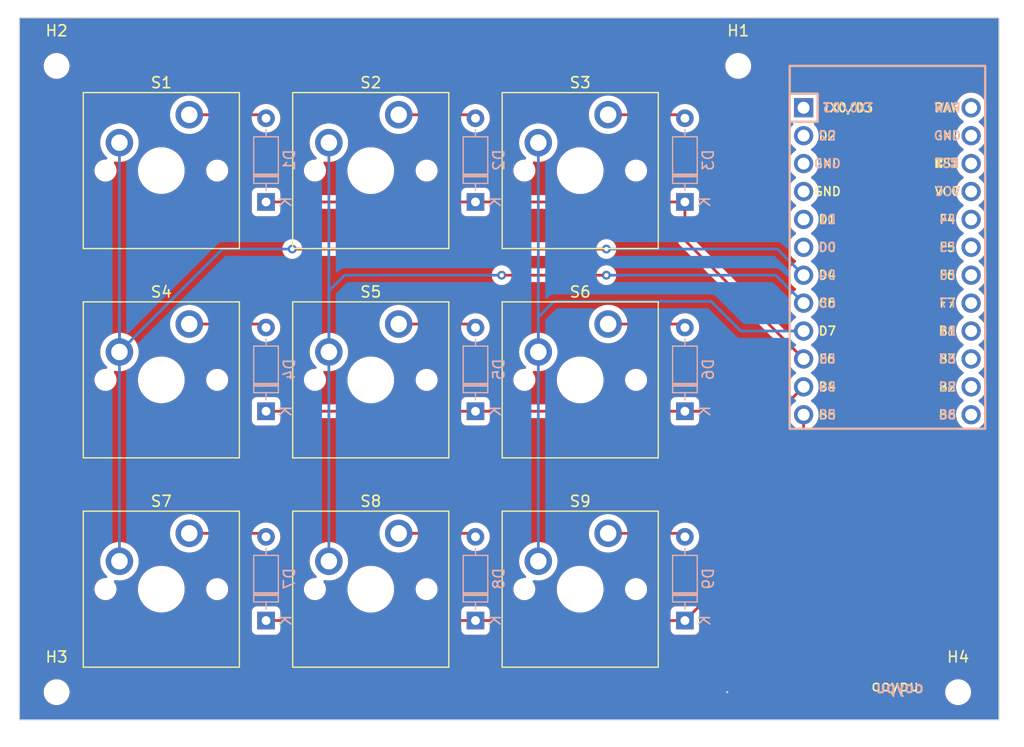
<source format=kicad_pcb>
(kicad_pcb (version 20221018) (generator pcbnew)
  (layers (0 "F.Cu" signal) (31 "B.Cu" signal) (34 "B.Paste" user) (35 "F.Paste" user) (36 "B.SilkS" user "B.Silkscreen") (37 "F.SilkS" user "F.Silkscreen") (38 "B.Mask" user) (39 "F.Mask" user) (44 "Edge.Cuts" user))
  (net 0 "")
  (net 1 "ROW0")
  (net 2 "Net-(D1-A)")
  (net 3 "Net-(D2-A)")
  (net 4 "Net-(D3-A)")
  (net 5 "ROW1")
  (net 6 "Net-(D4-A)")
  (net 7 "Net-(D5-A)")
  (net 8 "Net-(D6-A)")
  (net 9 "ROW2")
  (net 10 "Net-(D7-A)")
  (net 11 "Net-(D8-A)")
  (net 12 "Net-(D9-A)")
  (net 13 "COL0")
  (net 14 "COL1")
  (net 15 "COL2")
  (footprint "ScottoKeebs_MX:MX_PCB_1.00u" (layer "F.Cu") (at 147.574 61.214)
    (fp_text reference "S3" (at 0 -8) (layer "F.SilkS"))
    (fp_text value "Keyswitch")
    (fp_line (start -7.1 -7.1) (end -7.1 7.1) (stroke (width 0.12)) (layer "F.SilkS"))
    (fp_line (start -7.1 7.1) (end 7.1 7.1) (stroke (width 0.12)) (layer "F.SilkS"))
    (fp_line (start 7.1 -7.1) (end -7.1 -7.1) (stroke (width 0.12)) (layer "F.SilkS"))
    (fp_line (start 7.1 7.1) (end 7.1 -7.1) (stroke (width 0.12)) (layer "F.SilkS"))
    (pad "" np_thru_hole circle (at -5.08 0) (size 1.75 1.75) (drill 1.75) (layers "*.Cu" "*.Mask"))
    (pad "" np_thru_hole circle (at 0 0) (size 4 4) (drill 4) (layers "*.Cu" "*.Mask"))
    (pad "" np_thru_hole circle (at 5.08 0) (size 1.75 1.75) (drill 1.75) (layers "*.Cu" "*.Mask"))
    (pad "1" thru_hole circle (at -3.81 -2.54) (size 2.5 2.5) (drill 1.5) (layers "*.Cu" "*.Mask") (net 15 "COL2"))
    (pad "2" thru_hole circle (at 2.54 -5.08) (size 2.5 2.5) (drill 1.5) (layers "*.Cu" "*.Mask") (net 4 "Net-(D3-A)"))
  )
  (footprint "ScottoKeebs_MX:MX_PCB_1.00u" (layer "F.Cu") (at 128.524 80.264)
    (fp_text reference "S5" (at 0 -8) (layer "F.SilkS"))
    (fp_text value "Keyswitch")
    (fp_line (start -7.1 -7.1) (end -7.1 7.1) (stroke (width 0.12)) (layer "F.SilkS"))
    (fp_line (start -7.1 7.1) (end 7.1 7.1) (stroke (width 0.12)) (layer "F.SilkS"))
    (fp_line (start 7.1 -7.1) (end -7.1 -7.1) (stroke (width 0.12)) (layer "F.SilkS"))
    (fp_line (start 7.1 7.1) (end 7.1 -7.1) (stroke (width 0.12)) (layer "F.SilkS"))
    (pad "" np_thru_hole circle (at -5.08 0) (size 1.75 1.75) (drill 1.75) (layers "*.Cu" "*.Mask"))
    (pad "" np_thru_hole circle (at 0 0) (size 4 4) (drill 4) (layers "*.Cu" "*.Mask"))
    (pad "" np_thru_hole circle (at 5.08 0) (size 1.75 1.75) (drill 1.75) (layers "*.Cu" "*.Mask"))
    (pad "1" thru_hole circle (at -3.81 -2.54) (size 2.5 2.5) (drill 1.5) (layers "*.Cu" "*.Mask") (net 14 "COL1"))
    (pad "2" thru_hole circle (at 2.54 -5.08) (size 2.5 2.5) (drill 1.5) (layers "*.Cu" "*.Mask") (net 7 "Net-(D5-A)"))
  )
  (footprint "MountingHole:MountingHole_2.1mm" (layer "F.Cu") (at 99.949 108.689)
    (fp_text reference "H3" (at 0 -3.2) (layer "F.SilkS"))
    (fp_text value "MountingHole")
    (pad "" np_thru_hole circle (at 0 0) (size 2.1 2.1) (drill 2.1) (layers "*.Cu" "*.Mask"))
  )
  (footprint "ScottoKeebs_MX:MX_PCB_1.00u" (layer "F.Cu") (at 147.574 80.264)
    (fp_text reference "S6" (at 0 -8) (layer "F.SilkS"))
    (fp_text value "Keyswitch")
    (fp_line (start -7.1 -7.1) (end -7.1 7.1) (stroke (width 0.12)) (layer "F.SilkS"))
    (fp_line (start -7.1 7.1) (end 7.1 7.1) (stroke (width 0.12)) (layer "F.SilkS"))
    (fp_line (start 7.1 -7.1) (end -7.1 -7.1) (stroke (width 0.12)) (layer "F.SilkS"))
    (fp_line (start 7.1 7.1) (end 7.1 -7.1) (stroke (width 0.12)) (layer "F.SilkS"))
    (pad "" np_thru_hole circle (at -5.08 0) (size 1.75 1.75) (drill 1.75) (layers "*.Cu" "*.Mask"))
    (pad "" np_thru_hole circle (at 0 0) (size 4 4) (drill 4) (layers "*.Cu" "*.Mask"))
    (pad "" np_thru_hole circle (at 5.08 0) (size 1.75 1.75) (drill 1.75) (layers "*.Cu" "*.Mask"))
    (pad "1" thru_hole circle (at -3.81 -2.54) (size 2.5 2.5) (drill 1.5) (layers "*.Cu" "*.Mask") (net 15 "COL2"))
    (pad "2" thru_hole circle (at 2.54 -5.08) (size 2.5 2.5) (drill 1.5) (layers "*.Cu" "*.Mask") (net 8 "Net-(D6-A)"))
  )
  (footprint "ScottoKeebs_MX:MX_PCB_1.00u" (layer "F.Cu") (at 109.474 80.264)
    (fp_text reference "S4" (at 0 -8) (layer "F.SilkS"))
    (fp_text value "Keyswitch")
    (fp_line (start -7.1 -7.1) (end -7.1 7.1) (stroke (width 0.12)) (layer "F.SilkS"))
    (fp_line (start -7.1 7.1) (end 7.1 7.1) (stroke (width 0.12)) (layer "F.SilkS"))
    (fp_line (start 7.1 -7.1) (end -7.1 -7.1) (stroke (width 0.12)) (layer "F.SilkS"))
    (fp_line (start 7.1 7.1) (end 7.1 -7.1) (stroke (width 0.12)) (layer "F.SilkS"))
    (pad "" np_thru_hole circle (at -5.08 0) (size 1.75 1.75) (drill 1.75) (layers "*.Cu" "*.Mask"))
    (pad "" np_thru_hole circle (at 0 0) (size 4 4) (drill 4) (layers "*.Cu" "*.Mask"))
    (pad "" np_thru_hole circle (at 5.08 0) (size 1.75 1.75) (drill 1.75) (layers "*.Cu" "*.Mask"))
    (pad "1" thru_hole circle (at -3.81 -2.54) (size 2.5 2.5) (drill 1.5) (layers "*.Cu" "*.Mask") (net 13 "COL0"))
    (pad "2" thru_hole circle (at 2.54 -5.08) (size 2.5 2.5) (drill 1.5) (layers "*.Cu" "*.Mask") (net 6 "Net-(D4-A)"))
  )
  (footprint "ScottoKeebs_MX:MX_PCB_1.00u" (layer "F.Cu") (at 109.474 61.214)
    (fp_text reference "S1" (at 0 -8) (layer "F.SilkS"))
    (fp_text value "Keyswitch")
    (fp_line (start -7.1 -7.1) (end -7.1 7.1) (stroke (width 0.12)) (layer "F.SilkS"))
    (fp_line (start -7.1 7.1) (end 7.1 7.1) (stroke (width 0.12)) (layer "F.SilkS"))
    (fp_line (start 7.1 -7.1) (end -7.1 -7.1) (stroke (width 0.12)) (layer "F.SilkS"))
    (fp_line (start 7.1 7.1) (end 7.1 -7.1) (stroke (width 0.12)) (layer "F.SilkS"))
    (pad "" np_thru_hole circle (at -5.08 0) (size 1.75 1.75) (drill 1.75) (layers "*.Cu" "*.Mask"))
    (pad "" np_thru_hole circle (at 0 0) (size 4 4) (drill 4) (layers "*.Cu" "*.Mask"))
    (pad "" np_thru_hole circle (at 5.08 0) (size 1.75 1.75) (drill 1.75) (layers "*.Cu" "*.Mask"))
    (pad "1" thru_hole circle (at -3.81 -2.54) (size 2.5 2.5) (drill 1.5) (layers "*.Cu" "*.Mask") (net 13 "COL0"))
    (pad "2" thru_hole circle (at 2.54 -5.08) (size 2.5 2.5) (drill 1.5) (layers "*.Cu" "*.Mask") (net 2 "Net-(D1-A)"))
  )
  (footprint "ScottoKeebs_MX:MX_PCB_1.00u" (layer "F.Cu") (at 128.524 61.214)
    (fp_text reference "S2" (at 0 -8) (layer "F.SilkS"))
    (fp_text value "Keyswitch")
    (fp_line (start -7.1 -7.1) (end -7.1 7.1) (stroke (width 0.12)) (layer "F.SilkS"))
    (fp_line (start -7.1 7.1) (end 7.1 7.1) (stroke (width 0.12)) (layer "F.SilkS"))
    (fp_line (start 7.1 -7.1) (end -7.1 -7.1) (stroke (width 0.12)) (layer "F.SilkS"))
    (fp_line (start 7.1 7.1) (end 7.1 -7.1) (stroke (width 0.12)) (layer "F.SilkS"))
    (pad "" np_thru_hole circle (at -5.08 0) (size 1.75 1.75) (drill 1.75) (layers "*.Cu" "*.Mask"))
    (pad "" np_thru_hole circle (at 0 0) (size 4 4) (drill 4) (layers "*.Cu" "*.Mask"))
    (pad "" np_thru_hole circle (at 5.08 0) (size 1.75 1.75) (drill 1.75) (layers "*.Cu" "*.Mask"))
    (pad "1" thru_hole circle (at -3.81 -2.54) (size 2.5 2.5) (drill 1.5) (layers "*.Cu" "*.Mask") (net 14 "COL1"))
    (pad "2" thru_hole circle (at 2.54 -5.08) (size 2.5 2.5) (drill 1.5) (layers "*.Cu" "*.Mask") (net 3 "Net-(D2-A)"))
  )
  (footprint "MountingHole:MountingHole_2.1mm" (layer "F.Cu") (at 99.949 51.689)
    (fp_text reference "H2" (at 0 -3.2) (layer "F.SilkS"))
    (fp_text value "MountingHole")
    (pad "" np_thru_hole circle (at 0 0) (size 2.1 2.1) (drill 2.1) (layers "*.Cu" "*.Mask"))
  )
  (footprint "ScottoKeebs_MX:MX_PCB_1.00u" (layer "F.Cu") (at 147.574 99.314)
    (fp_text reference "S9" (at 0 -8) (layer "F.SilkS"))
    (fp_text value "Keyswitch")
    (fp_line (start -7.1 -7.1) (end -7.1 7.1) (stroke (width 0.12)) (layer "F.SilkS"))
    (fp_line (start -7.1 7.1) (end 7.1 7.1) (stroke (width 0.12)) (layer "F.SilkS"))
    (fp_line (start 7.1 -7.1) (end -7.1 -7.1) (stroke (width 0.12)) (layer "F.SilkS"))
    (fp_line (start 7.1 7.1) (end 7.1 -7.1) (stroke (width 0.12)) (layer "F.SilkS"))
    (pad "" np_thru_hole circle (at -5.08 0) (size 1.75 1.75) (drill 1.75) (layers "*.Cu" "*.Mask"))
    (pad "" np_thru_hole circle (at 0 0) (size 4 4) (drill 4) (layers "*.Cu" "*.Mask"))
    (pad "" np_thru_hole circle (at 5.08 0) (size 1.75 1.75) (drill 1.75) (layers "*.Cu" "*.Mask"))
    (pad "1" thru_hole circle (at -3.81 -2.54) (size 2.5 2.5) (drill 1.5) (layers "*.Cu" "*.Mask") (net 15 "COL2"))
    (pad "2" thru_hole circle (at 2.54 -5.08) (size 2.5 2.5) (drill 1.5) (layers "*.Cu" "*.Mask") (net 12 "Net-(D9-A)"))
  )
  (footprint "MountingHole:MountingHole_2.1mm" (layer "F.Cu") (at 161.949 51.689)
    (fp_text reference "H1" (at 0 -3.2) (layer "F.SilkS"))
    (fp_text value "MountingHole")
    (pad "" np_thru_hole circle (at 0 0) (size 2.1 2.1) (drill 2.1) (layers "*.Cu" "*.Mask"))
  )
  (footprint "ScottoKeebs_MCU:Arduino_Pro_Micro" (layer "F.Cu") (at 175.514 69.469)
    (fp_text reference "U1" hide)
    (fp_text value "Arduino_Pro_Micro" hide)
    (fp_text user "RAW" (at 5.461 -13.97) (layer "B.SilkS") (effects (font (size 0.8 0.8)) (justify mirror)))
    (fp_text user "B4" (at -5.461 11.43) (layer "B.SilkS") (effects (font (size 0.8 0.8)) (justify mirror)))
    (fp_text user "VCC" (at 5.461 -6.35) (layer "B.SilkS") (effects (font (size 0.8 0.8)) (justify mirror)))
    (fp_text user "D4" (at -5.461 1.27) (layer "B.SilkS") (effects (font (size 0.8 0.8)) (justify mirror)))
    (fp_text user "ST" (at 5.04 -8.91) (layer "B.SilkS") (effects (font (size 0.8 0.8)) (justify mirror)))
    (fp_text user "F4" (at 5.461 -3.81) (layer "B.SilkS") (effects (font (size 0.8 0.8)) (justify mirror)))
    (fp_text user "GND" (at 5.461 -11.43) (layer "B.SilkS") (effects (font (size 0.8 0.8)) (justify mirror)))
    (fp_text user "B6" (at 5.461 13.97) (layer "B.SilkS") (effects (font (size 0.8 0.8)) (justify mirror)))
    (fp_text user "F7" (at 5.461 3.81) (layer "B.SilkS") (effects (font (size 0.8 0.8)) (justify mirror)))
    (fp_text user "B2" (at 5.461 11.43) (layer "B.SilkS") (effects (font (size 0.8 0.8)) (justify mirror)))
    (fp_text user "D2" (at -5.461 -11.43) (layer "B.SilkS") (effects (font (size 0.8 0.8)) (justify mirror)))
    (fp_text user "E6" (at -5.461 8.89) (layer "B.SilkS") (effects (font (size 0.8 0.8)) (justify mirror)))
    (fp_text user "B5" (at -5.461 13.97) (layer "B.SilkS") (effects (font (size 0.8 0.8)) (justify mirror)))
    (fp_text user "F6" (at 5.461 1.27) (layer "B.SilkS") (effects (font (size 0.8 0.8)) (justify mirror)))
    (fp_text user "D1" (at -5.461 -3.81) (layer "B.SilkS") (effects (font (size 0.8 0.8)) (justify mirror)))
    (fp_text user "D0" (at -5.461 -1.27) (layer "B.SilkS") (effects (font (size 0.8 0.8)) (justify mirror)))
    (fp_text user "GND" (at -5.461 -8.89) (layer "B.SilkS") (effects (font (size 0.8 0.8)) (justify mirror)))
    (fp_text user "B3" (at 5.461 8.89) (layer "B.SilkS") (effects (font (size 0.8 0.8)) (justify mirror)))
    (fp_text user "TX0/D3" (at -3.571872 -13.97) (layer "B.SilkS") (effects (font (size 0.8 0.8)) (justify mirror)))
    (fp_text user "F5" (at 5.461 -1.27) (layer "B.SilkS") (effects (font (size 0.8 0.8)) (justify mirror)))
    (fp_text user "B1" (at 5.461 6.35) (layer "B.SilkS") (effects (font (size 0.8 0.8)) (justify mirror)))
    (fp_text user "C6" (at -5.461 3.81) (layer "B.SilkS") (effects (font (size 0.8 0.8)) (justify mirror)))
    (fp_text user "B6" (at 5.461 13.97) (layer "F.SilkS") (effects (font (size 0.8 0.8))))
    (fp_text user "E6" (at -5.461 8.89) (layer "F.SilkS") (effects (font (size 0.8 0.8))))
    (fp_text user "F5" (at 5.461 -1.27) (layer "F.SilkS") (effects (font (size 0.8 0.8))))
    (fp_text user "F6" (at 5.461 1.27) (layer "F.SilkS") (effects (font (size 0.8 0.8))))
    (fp_text user "D0" (at -5.461 -1.27) (layer "F.SilkS") (effects (font (size 0.8 0.8))))
    (fp_text user "GND" (at -5.461 -6.35) (layer "F.SilkS") (effects (font (size 0.8 0.8))))
    (fp_text user "RAW" (at 5.461 -13.97) (layer "F.SilkS") (effects (font (size 0.8 0.8))))
    (fp_text user "F7" (at 5.461 3.81) (layer "F.SilkS") (effects (font (size 0.8 0.8))))
    (fp_text user "B1" (at 5.461 6.35) (layer "F.SilkS") (effects (font (size 0.8 0.8))))
    (fp_text user "B3" (at 5.461 8.89) (layer "F.SilkS") (effects (font (size 0.8 0.8))))
    (fp_text user "F4" (at 5.461 -3.81) (layer "F.SilkS") (effects (font (size 0.8 0.8))))
    (fp_text user "TX0/D3" (at -3.571872 -13.97) (layer "F.SilkS") (effects (font (size 0.8 0.8))))
    (fp_text user "B4" (at -5.461 11.43) (layer "F.SilkS") (effects (font (size 0.8 0.8))))
    (fp_text user "B5" (at -5.461 13.97) (layer "F.SilkS") (effects (font (size 0.8 0.8))))
    (fp_text user "D7" (at -5.461 6.35) (layer "F.SilkS") (effects (font (size 0.8 0.8))))
    (fp_text user "VCC" (at 5.461 -6.35) (layer "F.SilkS") (effects (font (size 0.8 0.8))))
    (fp_text user "D1" (at -5.461 -3.81) (layer "F.SilkS") (effects (font (size 0.8 0.8))))
    (fp_text user "B2" (at 5.461 11.43) (layer "F.SilkS") (effects (font (size 0.8 0.8))))
    (fp_text user "GND" (at 5.461 -11.43) (layer "F.SilkS") (effects (font (size 0.8 0.8))))
    (fp_text user "C6" (at -5.461 3.81) (layer "F.SilkS") (effects (font (size 0.8 0.8))))
    (fp_text user "D4" (at -5.461 1.27) (layer "F.SilkS") (effects (font (size 0.8 0.8))))
    (fp_text user "GND" (at -5.461 -8.89) (layer "F.SilkS") (effects (font (size 0.8 0.8))))
    (fp_text user "ST" (at 5.73312 -8.92) (layer "F.SilkS") (effects (font (size 0.8 0.8))))
    (fp_text user "D2" (at -5.461 -11.43) (layer "F.SilkS") (effects (font (size 0.8 0.8))))
    (fp_line (start -8.89 -17.78) (end -8.89 15.24) (stroke (width 0.2)) (layer "B.SilkS"))
    (fp_line (start -8.89 15.24) (end 8.89 15.24) (stroke (width 0.2)) (layer "B.SilkS"))
    (fp_line (start -6.35 -15.24) (end -8.89 -15.24) (stroke (width 0.2)) (layer "B.SilkS"))
    (fp_line (start -6.35 -15.24) (end -6.35 -12.7) (stroke (width 0.2)) (layer "B.SilkS"))
    (fp_line (start -6.35 -12.7) (end -8.89 -12.7) (stroke (width 0.2)) (layer "B.SilkS"))
    (fp_line (start 8.89 -17.78) (end -8.89 -17.78) (stroke (width 0.2)) (layer "B.SilkS"))
    (fp_line (start 8.89 15.24) (end 8.89 -17.78) (stroke (width 0.2)) (layer "B.SilkS"))
    (fp_poly (pts (xy 5.844635 -9.35097) (xy 5.844635 -9.25097) (xy 6.344635 -9.25097) (xy 6.344635 -9.35097)) (stroke (width 0.15)) (fill solid) (layer "B.SilkS"))
    (fp_poly (pts (xy 5.844635 -9.35097) (xy 5.844635 -9.05097) (xy 5.944635 -9.05097) (xy 5.944635 -9.35097)) (stroke (width 0.15)) (fill solid) (layer "B.SilkS"))
    (fp_poly (pts (xy 5.844635 -8.75097) (xy 5.844635 -8.55097) (xy 5.944635 -8.55097) (xy 5.944635 -8.75097)) (stroke (width 0.15)) (fill solid) (layer "B.SilkS"))
    (fp_poly (pts (xy 6.044635 -8.95097) (xy 6.044635 -8.85097) (xy 6.144635 -8.85097) (xy 6.144635 -8.95097)) (stroke (width 0.15)) (fill solid) (layer "B.SilkS"))
    (fp_poly (pts (xy 6.244635 -9.35097) (xy 6.244635 -8.55097) (xy 6.344635 -8.55097) (xy 6.344635 -9.35097)) (stroke (width 0.15)) (fill solid) (layer "B.SilkS"))
    (fp_line (start -8.89 -17.78) (end -8.89 15.24) (stroke (width 0.2)) (layer "F.SilkS"))
    (fp_line (start -8.89 15.24) (end 8.89 15.24) (stroke (width 0.2)) (layer "F.SilkS"))
    (fp_line (start -6.35 -15.24) (end -8.89 -15.24) (stroke (width 0.2)) (layer "F.SilkS"))
    (fp_line (start -6.35 -15.24) (end -6.35 -12.7) (stroke (width 0.2)) (layer "F.SilkS"))
    (fp_line (start -6.35 -12.7) (end -8.89 -12.7) (stroke (width 0.2)) (layer "F.SilkS"))
    (fp_line (start 8.89 -17.78) (end -8.89 -17.78) (stroke (width 0.2)) (layer "F.SilkS"))
    (fp_line (start 8.89 15.24) (end 8.89 -17.78) (stroke (width 0.2)) (layer "F.SilkS"))
    (fp_poly (pts (xy 4.531568 -9.36064) (xy 4.531568 -8.56064) (xy 4.431568 -8.56064) (xy 4.431568 -9.36064)) (stroke (width 0.15)) (fill solid) (layer "F.SilkS"))
    (fp_poly (pts (xy 4.731568 -8.96064) (xy 4.731568 -8.86064) (xy 4.631568 -8.86064) (xy 4.631568 -8.96064)) (stroke (width 0.15)) (fill solid) (layer "F.SilkS"))
    (fp_poly (pts (xy 4.931568 -9.36064) (xy 4.931568 -9.26064) (xy 4.431568 -9.26064) (xy 4.431568 -9.36064)) (stroke (width 0.15)) (fill solid) (layer "F.SilkS"))
    (fp_poly (pts (xy 4.931568 -9.36064) (xy 4.931568 -9.06064) (xy 4.831568 -9.06064) (xy 4.831568 -9.36064)) (stroke (width 0.15)) (fill solid) (layer "F.SilkS"))
    (fp_poly (pts (xy 4.931568 -8.76064) (xy 4.931568 -8.56064) (xy 4.831568 -8.56064) (xy 4.831568 -8.76064)) (stroke (width 0.15)) (fill solid) (layer "F.SilkS"))
    (pad "1" thru_hole rect (at -7.62 -13.97 270) (size 1.7526 1.7526) (drill 1.0922) (layers "*.Cu" "*.Mask"))
    (pad "2" thru_hole circle (at -7.62 -11.43 270) (size 1.7526 1.7526) (drill 1.0922) (layers "*.Cu" "*.Mask"))
    (pad "3" thru_hole circle (at -7.62 -8.89 270) (size 1.7526 1.7526) (drill 1.0922) (layers "*.Cu" "*.Mask"))
    (pad "4" thru_hole circle (at -7.62 -6.35 270) (size 1.7526 1.7526) (drill 1.0922) (layers "*.Cu" "*.Mask"))
    (pad "5" thru_hole circle (at -7.62 -3.81 270) (size 1.7526 1.7526) (drill 1.0922) (layers "*.Cu" "*.Mask"))
    (pad "6" thru_hole circle (at -7.62 -1.27 270) (size 1.7526 1.7526) (drill 1.0922) (layers "*.Cu" "*.Mask"))
    (pad "7" thru_hole circle (at -7.62 1.27 270) (size 1.7526 1.7526) (drill 1.0922) (layers "*.Cu" "*.Mask") (net 13 "COL0"))
    (pad "8" thru_hole circle (at -7.62 3.81 270) (size 1.7526 1.7526) (drill 1.0922) (layers "*.Cu" "*.Mask") (net 14 "COL1"))
    (pad "9" thru_hole circle (at -7.62 6.35 270) (size 1.7526 1.7526) (drill 1.0922) (layers "*.Cu" "*.Mask") (net 15 "COL2"))
    (pad "10" thru_hole circle (at -7.62 8.89 270) (size 1.7526 1.7526) (drill 1.0922) (layers "*.Cu" "*.Mask") (net 1 "ROW0"))
    (pad "11" thru_hole circle (at -7.62 11.43 270) (size 1.7526 1.7526) (drill 1.0922) (layers "*.Cu" "*.Mask") (net 5 "ROW1"))
    (pad "12" thru_hole circle (at -7.62 13.97 270) (size 1.7526 1.7526) (drill 1.0922) (layers "*.Cu" "*.Mask") (net 9 "ROW2"))
    (pad "13" thru_hole circle (at 7.62 13.97 270) (size 1.7526 1.7526) (drill 1.0922) (layers "*.Cu" "*.Mask"))
    (pad "14" thru_hole circle (at 7.62 11.43 270) (size 1.7526 1.7526) (drill 1.0922) (layers "*.Cu" "*.Mask"))
    (pad "15" thru_hole circle (at 7.62 8.89 270) (size 1.7526 1.7526) (drill 1.0922) (layers "*.Cu" "*.Mask"))
    (pad "16" thru_hole circle (at 7.62 6.35 270) (size 1.7526 1.7526) (drill 1.0922) (layers "*.Cu" "*.Mask"))
    (pad "17" thru_hole circle (at 7.62 3.81 270) (size 1.7526 1.7526) (drill 1.0922) (layers "*.Cu" "*.Mask"))
    (pad "18" thru_hole circle (at 7.62 1.27 270) (size 1.7526 1.7526) (drill 1.0922) (layers "*.Cu" "*.Mask"))
    (pad "19" thru_hole circle (at 7.62 -1.27 270) (size 1.7526 1.7526) (drill 1.0922) (layers "*.Cu" "*.Mask"))
    (pad "20" thru_hole circle (at 7.62 -3.81 270) (size 1.7526 1.7526) (drill 1.0922) (layers "*.Cu" "*.Mask"))
    (pad "21" thru_hole circle (at 7.62 -6.35 270) (size 1.7526 1.7526) (drill 1.0922) (layers "*.Cu" "*.Mask"))
    (pad "22" thru_hole circle (at 7.62 -8.89 270) (size 1.7526 1.7526) (drill 1.0922) (layers "*.Cu" "*.Mask"))
    (pad "23" thru_hole circle (at 7.62 -11.43 270) (size 1.7526 1.7526) (drill 1.0922) (layers "*.Cu" "*.Mask"))
    (pad "24" thru_hole circle (at 7.62 -13.97 270) (size 1.7526 1.7526) (drill 1.0922) (layers "*.Cu" "*.Mask"))
  )
  (footprint "ScottoKeebs_MX:MX_PCB_1.00u" (layer "F.Cu") (at 109.474 99.314)
    (fp_text reference "S7" (at 0 -8) (layer "F.SilkS"))
    (fp_text value "Keyswitch")
    (fp_line (start -7.1 -7.1) (end -7.1 7.1) (stroke (width 0.12)) (layer "F.SilkS"))
    (fp_line (start -7.1 7.1) (end 7.1 7.1) (stroke (width 0.12)) (layer "F.SilkS"))
    (fp_line (start 7.1 -7.1) (end -7.1 -7.1) (stroke (width 0.12)) (layer "F.SilkS"))
    (fp_line (start 7.1 7.1) (end 7.1 -7.1) (stroke (width 0.12)) (layer "F.SilkS"))
    (pad "" np_thru_hole circle (at -5.08 0) (size 1.75 1.75) (drill 1.75) (layers "*.Cu" "*.Mask"))
    (pad "" np_thru_hole circle (at 0 0) (size 4 4) (drill 4) (layers "*.Cu" "*.Mask"))
    (pad "" np_thru_hole circle (at 5.08 0) (size 1.75 1.75) (drill 1.75) (layers "*.Cu" "*.Mask"))
    (pad "1" thru_hole circle (at -3.81 -2.54) (size 2.5 2.5) (drill 1.5) (layers "*.Cu" "*.Mask") (net 13 "COL0"))
    (pad "2" thru_hole circle (at 2.54 -5.08) (size 2.5 2.5) (drill 1.5) (layers "*.Cu" "*.Mask") (net 10 "Net-(D7-A)"))
  )
  (footprint "MountingHole:MountingHole_2.1mm" (layer "F.Cu") (at 181.949 108.689)
    (fp_text reference "H4" (at 0 -3.2) (layer "F.SilkS"))
    (fp_text value "MountingHole")
    (pad "" np_thru_hole circle (at 0 0) (size 2.1 2.1) (drill 2.1) (layers "*.Cu" "*.Mask"))
  )
  (footprint "ScottoKeebs_MX:MX_PCB_1.00u" (layer "F.Cu") (at 128.524 99.314)
    (fp_text reference "S8" (at 0 -8) (layer "F.SilkS"))
    (fp_text value "Keyswitch")
    (fp_line (start -7.1 -7.1) (end -7.1 7.1) (stroke (width 0.12)) (layer "F.SilkS"))
    (fp_line (start -7.1 7.1) (end 7.1 7.1) (stroke (width 0.12)) (layer "F.SilkS"))
    (fp_line (start 7.1 -7.1) (end -7.1 -7.1) (stroke (width 0.12)) (layer "F.SilkS"))
    (fp_line (start 7.1 7.1) (end 7.1 -7.1) (stroke (width 0.12)) (layer "F.SilkS"))
    (pad "" np_thru_hole circle (at -5.08 0) (size 1.75 1.75) (drill 1.75) (layers "*.Cu" "*.Mask"))
    (pad "" np_thru_hole circle (at 0 0) (size 4 4) (drill 4) (layers "*.Cu" "*.Mask"))
    (pad "" np_thru_hole circle (at 5.08 0) (size 1.75 1.75) (drill 1.75) (layers "*.Cu" "*.Mask"))
    (pad "1" thru_hole circle (at -3.81 -2.54) (size 2.5 2.5) (drill 1.5) (layers "*.Cu" "*.Mask") (net 14 "COL1"))
    (pad "2" thru_hole circle (at 2.54 -5.08) (size 2.5 2.5) (drill 1.5) (layers "*.Cu" "*.Mask") (net 11 "Net-(D8-A)"))
  )
  (footprint "ScottoKeebs_Components:Diode_DO-35" (layer "B.Cu") (at 157.099 64.0715 90)
    (fp_text reference "D3" (at 3.81 2.12 90) (layer "B.SilkS") (effects (justify mirror)))
    (fp_text value "Diode")
    (fp_text user "K" (at 0 1.8 90) (layer "B.SilkS") (effects (justify mirror)))
    (fp_line (start 1.04 0) (end 1.69 0) (stroke (width 0.12)) (layer "B.SilkS"))
    (fp_line (start 1.69 -1.12) (end 5.93 -1.12) (stroke (width 0.12)) (layer "B.SilkS"))
    (fp_line (start 1.69 1.12) (end 1.69 -1.12) (stroke (width 0.12)) (layer "B.SilkS"))
    (fp_line (start 2.29 1.12) (end 2.29 -1.12) (stroke (width 0.12)) (layer "B.SilkS"))
    (fp_line (start 2.41 1.12) (end 2.41 -1.12) (stroke (width 0.12)) (layer "B.SilkS"))
    (fp_line (start 2.53 1.12) (end 2.53 -1.12) (stroke (width 0.12)) (layer "B.SilkS"))
    (fp_line (start 5.93 -1.12) (end 5.93 1.12) (stroke (width 0.12)) (layer "B.SilkS"))
    (fp_line (start 5.93 1.12) (end 1.69 1.12) (stroke (width 0.12)) (layer "B.SilkS"))
    (fp_line (start 6.58 0) (end 5.93 0) (stroke (width 0.12)) (layer "B.SilkS"))
    (pad "1" thru_hole rect (at 0 0 90) (size 1.6 1.6) (drill 0.8) (layers "*.Cu" "*.Mask") (net 1 "ROW0"))
    (pad "2" thru_hole oval (at 7.62 0 90) (size 1.6 1.6) (drill 0.8) (layers "*.Cu" "*.Mask") (net 4 "Net-(D3-A)"))
  )
  (footprint "ScottoKeebs_Components:Diode_DO-35" (layer "B.Cu") (at 138.049 83.1215 90)
    (fp_text reference "D5" (at 3.81 2.12 90) (layer "B.SilkS") (effects (justify mirror)))
    (fp_text value "Diode")
    (fp_text user "K" (at 0 1.8 90) (layer "B.SilkS") (effects (justify mirror)))
    (fp_line (start 1.04 0) (end 1.69 0) (stroke (width 0.12)) (layer "B.SilkS"))
    (fp_line (start 1.69 -1.12) (end 5.93 -1.12) (stroke (width 0.12)) (layer "B.SilkS"))
    (fp_line (start 1.69 1.12) (end 1.69 -1.12) (stroke (width 0.12)) (layer "B.SilkS"))
    (fp_line (start 2.29 1.12) (end 2.29 -1.12) (stroke (width 0.12)) (layer "B.SilkS"))
    (fp_line (start 2.41 1.12) (end 2.41 -1.12) (stroke (width 0.12)) (layer "B.SilkS"))
    (fp_line (start 2.53 1.12) (end 2.53 -1.12) (stroke (width 0.12)) (layer "B.SilkS"))
    (fp_line (start 5.93 -1.12) (end 5.93 1.12) (stroke (width 0.12)) (layer "B.SilkS"))
    (fp_line (start 5.93 1.12) (end 1.69 1.12) (stroke (width 0.12)) (layer "B.SilkS"))
    (fp_line (start 6.58 0) (end 5.93 0) (stroke (width 0.12)) (layer "B.SilkS"))
    (pad "1" thru_hole rect (at 0 0 90) (size 1.6 1.6) (drill 0.8) (layers "*.Cu" "*.Mask") (net 5 "ROW1"))
    (pad "2" thru_hole oval (at 7.62 0 90) (size 1.6 1.6) (drill 0.8) (layers "*.Cu" "*.Mask") (net 7 "Net-(D5-A)"))
  )
  (footprint "ScottoKeebs_Components:Diode_DO-35" (layer "B.Cu") (at 157.099 83.1215 90)
    (fp_text reference "D6" (at 3.81 2.12 90) (layer "B.SilkS") (effects (justify mirror)))
    (fp_text value "Diode")
    (fp_text user "K" (at 0 1.8 90) (layer "B.SilkS") (effects (justify mirror)))
    (fp_line (start 1.04 0) (end 1.69 0) (stroke (width 0.12)) (layer "B.SilkS"))
    (fp_line (start 1.69 -1.12) (end 5.93 -1.12) (stroke (width 0.12)) (layer "B.SilkS"))
    (fp_line (start 1.69 1.12) (end 1.69 -1.12) (stroke (width 0.12)) (layer "B.SilkS"))
    (fp_line (start 2.29 1.12) (end 2.29 -1.12) (stroke (width 0.12)) (layer "B.SilkS"))
    (fp_line (start 2.41 1.12) (end 2.41 -1.12) (stroke (width 0.12)) (layer "B.SilkS"))
    (fp_line (start 2.53 1.12) (end 2.53 -1.12) (stroke (width 0.12)) (layer "B.SilkS"))
    (fp_line (start 5.93 -1.12) (end 5.93 1.12) (stroke (width 0.12)) (layer "B.SilkS"))
    (fp_line (start 5.93 1.12) (end 1.69 1.12) (stroke (width 0.12)) (layer "B.SilkS"))
    (fp_line (start 6.58 0) (end 5.93 0) (stroke (width 0.12)) (layer "B.SilkS"))
    (pad "1" thru_hole rect (at 0 0 90) (size 1.6 1.6) (drill 0.8) (layers "*.Cu" "*.Mask") (net 5 "ROW1"))
    (pad "2" thru_hole oval (at 7.62 0 90) (size 1.6 1.6) (drill 0.8) (layers "*.Cu" "*.Mask") (net 8 "Net-(D6-A)"))
  )
  (footprint "ScottoKeebs_Components:Diode_DO-35" (layer "B.Cu") (at 118.999 64.0715 90)
    (fp_text reference "D1" (at 3.81 2.12 270) (layer "B.SilkS") (effects (justify mirror)))
    (fp_text value "Diode")
    (fp_text user "K" (at 0 1.8 270) (layer "B.SilkS") (effects (justify mirror)))
    (fp_line (start 1.04 0) (end 1.69 0) (stroke (width 0.12)) (layer "B.SilkS"))
    (fp_line (start 1.69 -1.12) (end 5.93 -1.12) (stroke (width 0.12)) (layer "B.SilkS"))
    (fp_line (start 1.69 1.12) (end 1.69 -1.12) (stroke (width 0.12)) (layer "B.SilkS"))
    (fp_line (start 2.29 1.12) (end 2.29 -1.12) (stroke (width 0.12)) (layer "B.SilkS"))
    (fp_line (start 2.41 1.12) (end 2.41 -1.12) (stroke (width 0.12)) (layer "B.SilkS"))
    (fp_line (start 2.53 1.12) (end 2.53 -1.12) (stroke (width 0.12)) (layer "B.SilkS"))
    (fp_line (start 5.93 -1.12) (end 5.93 1.12) (stroke (width 0.12)) (layer "B.SilkS"))
    (fp_line (start 5.93 1.12) (end 1.69 1.12) (stroke (width 0.12)) (layer "B.SilkS"))
    (fp_line (start 6.58 0) (end 5.93 0) (stroke (width 0.12)) (layer "B.SilkS"))
    (pad "1" thru_hole rect (at 0 0 90) (size 1.6 1.6) (drill 0.8) (layers "*.Cu" "*.Mask") (net 1 "ROW0"))
    (pad "2" thru_hole oval (at 7.62 0 90) (size 1.6 1.6) (drill 0.8) (layers "*.Cu" "*.Mask") (net 2 "Net-(D1-A)"))
  )
  (footprint "ScottoKeebs_Components:Diode_DO-35" (layer "B.Cu") (at 157.099 102.1715 90)
    (fp_text reference "D9" (at 3.81 2.12 90) (layer "B.SilkS") (effects (justify mirror)))
    (fp_text value "Diode")
    (fp_text user "K" (at 0 1.8 90) (layer "B.SilkS") (effects (justify mirror)))
    (fp_line (start 1.04 0) (end 1.69 0) (stroke (width 0.12)) (layer "B.SilkS"))
    (fp_line (start 1.69 -1.12) (end 5.93 -1.12) (stroke (width 0.12)) (layer "B.SilkS"))
    (fp_line (start 1.69 1.12) (end 1.69 -1.12) (stroke (width 0.12)) (layer "B.SilkS"))
    (fp_line (start 2.29 1.12) (end 2.29 -1.12) (stroke (width 0.12)) (layer "B.SilkS"))
    (fp_line (start 2.41 1.12) (end 2.41 -1.12) (stroke (width 0.12)) (layer "B.SilkS"))
    (fp_line (start 2.53 1.12) (end 2.53 -1.12) (stroke (width 0.12)) (layer "B.SilkS"))
    (fp_line (start 5.93 -1.12) (end 5.93 1.12) (stroke (width 0.12)) (layer "B.SilkS"))
    (fp_line (start 5.93 1.12) (end 1.69 1.12) (stroke (width 0.12)) (layer "B.SilkS"))
    (fp_line (start 6.58 0) (end 5.93 0) (stroke (width 0.12)) (layer "B.SilkS"))
    (pad "1" thru_hole rect (at 0 0 90) (size 1.6 1.6) (drill 0.8) (layers "*.Cu" "*.Mask") (net 9 "ROW2"))
    (pad "2" thru_hole oval (at 7.62 0 90) (size 1.6 1.6) (drill 0.8) (layers "*.Cu" "*.Mask") (net 12 "Net-(D9-A)"))
  )
  (footprint "ScottoKeebs_Components:Diode_DO-35" (layer "B.Cu") (at 138.049 64.0715 90)
    (fp_text reference "D2" (at 3.81 2.12 90) (layer "B.SilkS") (effects (justify mirror)))
    (fp_text value "Diode")
    (fp_text user "K" (at 0 1.8 90) (layer "B.SilkS") (effects (justify mirror)))
    (fp_line (start 1.04 0) (end 1.69 0) (stroke (width 0.12)) (layer "B.SilkS"))
    (fp_line (start 1.69 -1.12) (end 5.93 -1.12) (stroke (width 0.12)) (layer "B.SilkS"))
    (fp_line (start 1.69 1.12) (end 1.69 -1.12) (stroke (width 0.12)) (layer "B.SilkS"))
    (fp_line (start 2.29 1.12) (end 2.29 -1.12) (stroke (width 0.12)) (layer "B.SilkS"))
    (fp_line (start 2.41 1.12) (end 2.41 -1.12) (stroke (width 0.12)) (layer "B.SilkS"))
    (fp_line (start 2.53 1.12) (end 2.53 -1.12) (stroke (width 0.12)) (layer "B.SilkS"))
    (fp_line (start 5.93 -1.12) (end 5.93 1.12) (stroke (width 0.12)) (layer "B.SilkS"))
    (fp_line (start 5.93 1.12) (end 1.69 1.12) (stroke (width 0.12)) (layer "B.SilkS"))
    (fp_line (start 6.58 0) (end 5.93 0) (stroke (width 0.12)) (layer "B.SilkS"))
    (pad "1" thru_hole rect (at 0 0 90) (size 1.6 1.6) (drill 0.8) (layers "*.Cu" "*.Mask") (net 1 "ROW0"))
    (pad "2" thru_hole oval (at 7.62 0 90) (size 1.6 1.6) (drill 0.8) (layers "*.Cu" "*.Mask") (net 3 "Net-(D2-A)"))
  )
  (footprint "ScottoKeebs_Components:Diode_DO-35" (layer "B.Cu") (at 138.049 102.1715 90)
    (fp_text reference "D8" (at 3.81 2.12 90) (layer "B.SilkS") (effects (justify mirror)))
    (fp_text value "Diode")
    (fp_text user "K" (at 0 1.8 90) (layer "B.SilkS") (effects (justify mirror)))
    (fp_line (start 1.04 0) (end 1.69 0) (stroke (width 0.12)) (layer "B.SilkS"))
    (fp_line (start 1.69 -1.12) (end 5.93 -1.12) (stroke (width 0.12)) (layer "B.SilkS"))
    (fp_line (start 1.69 1.12) (end 1.69 -1.12) (stroke (width 0.12)) (layer "B.SilkS"))
    (fp_line (start 2.29 1.12) (end 2.29 -1.12) (stroke (width 0.12)) (layer "B.SilkS"))
    (fp_line (start 2.41 1.12) (end 2.41 -1.12) (stroke (width 0.12)) (layer "B.SilkS"))
    (fp_line (start 2.53 1.12) (end 2.53 -1.12) (stroke (width 0.12)) (layer "B.SilkS"))
    (fp_line (start 5.93 -1.12) (end 5.93 1.12) (stroke (width 0.12)) (layer "B.SilkS"))
    (fp_line (start 5.93 1.12) (end 1.69 1.12) (stroke (width 0.12)) (layer "B.SilkS"))
    (fp_line (start 6.58 0) (end 5.93 0) (stroke (width 0.12)) (layer "B.SilkS"))
    (pad "1" thru_hole rect (at 0 0 90) (size 1.6 1.6) (drill 0.8) (layers "*.Cu" "*.Mask") (net 9 "ROW2"))
    (pad "2" thru_hole oval (at 7.62 0 90) (size 1.6 1.6) (drill 0.8) (layers "*.Cu" "*.Mask") (net 11 "Net-(D8-A)"))
  )
  (footprint "ScottoKeebs_Components:Diode_DO-35" (layer "B.Cu") (at 118.999 83.1215 90)
    (fp_text reference "D4" (at 3.81 2.12 90) (layer "B.SilkS") (effects (justify mirror)))
    (fp_text value "Diode")
    (fp_text user "K" (at 0 1.8 90) (layer "B.SilkS") (effects (justify mirror)))
    (fp_line (start 1.04 0) (end 1.69 0) (stroke (width 0.12)) (layer "B.SilkS"))
    (fp_line (start 1.69 -1.12) (end 5.93 -1.12) (stroke (width 0.12)) (layer "B.SilkS"))
    (fp_line (start 1.69 1.12) (end 1.69 -1.12) (stroke (width 0.12)) (layer "B.SilkS"))
    (fp_line (start 2.29 1.12) (end 2.29 -1.12) (stroke (width 0.12)) (layer "B.SilkS"))
    (fp_line (start 2.41 1.12) (end 2.41 -1.12) (stroke (width 0.12)) (layer "B.SilkS"))
    (fp_line (start 2.53 1.12) (end 2.53 -1.12) (stroke (width 0.12)) (layer "B.SilkS"))
    (fp_line (start 5.93 -1.12) (end 5.93 1.12) (stroke (width 0.12)) (layer "B.SilkS"))
    (fp_line (start 5.93 1.12) (end 1.69 1.12) (stroke (width 0.12)) (layer "B.SilkS"))
    (fp_line (start 6.58 0) (end 5.93 0) (stroke (width 0.12)) (layer "B.SilkS"))
    (pad "1" thru_hole rect (at 0 0 90) (size 1.6 1.6) (drill 0.8) (layers "*.Cu" "*.Mask") (net 5 "ROW1"))
    (pad "2" thru_hole oval (at 7.62 0 90) (size 1.6 1.6) (drill 0.8) (layers "*.Cu" "*.Mask") (net 6 "Net-(D4-A)"))
  )
  (footprint "ScottoKeebs_Components:Diode_DO-35" (layer "B.Cu") (at 118.999 102.1715 90)
    (fp_text reference "D7" (at 3.81 2.12 90) (layer "B.SilkS") (effects (justify mirror)))
    (fp_text value "Diode")
    (fp_text user "K" (at 0 1.8 90) (layer "B.SilkS") (effects (justify mirror)))
    (fp_line (start 1.04 0) (end 1.69 0) (stroke (width 0.12)) (layer "B.SilkS"))
    (fp_line (start 1.69 -1.12) (end 5.93 -1.12) (stroke (width 0.12)) (layer "B.SilkS"))
    (fp_line (start 1.69 1.12) (end 1.69 -1.12) (stroke (width 0.12)) (layer "B.SilkS"))
    (fp_line (start 2.29 1.12) (end 2.29 -1.12) (stroke (width 0.12)) (layer "B.SilkS"))
    (fp_line (start 2.41 1.12) (end 2.41 -1.12) (stroke (width 0.12)) (layer "B.SilkS"))
    (fp_line (start 2.53 1.12) (end 2.53 -1.12) (stroke (width 0.12)) (layer "B.SilkS"))
    (fp_line (start 5.93 -1.12) (end 5.93 1.12) (stroke (width 0.12)) (layer "B.SilkS"))
    (fp_line (start 5.93 1.12) (end 1.69 1.12) (stroke (width 0.12)) (layer "B.SilkS"))
    (fp_line (start 6.58 0) (end 5.93 0) (stroke (width 0.12)) (layer "B.SilkS"))
    (pad "1" thru_hole rect (at 0 0 90) (size 1.6 1.6) (drill 0.8) (layers "*.Cu" "*.Mask") (net 9 "ROW2"))
    (pad "2" thru_hole oval (at 7.62 0 90) (size 1.6 1.6) (drill 0.8) (layers "*.Cu" "*.Mask") (net 10 "Net-(D7-A)"))
  )
  (gr_circle (center 160.949 108.689) (end 160.949 108.689) (stroke (width 0.1)) (fill none) (layer "Edge.Cuts"))
  (gr_rect (start 96.56775 47.30775) (end 185.674 111.22025) (stroke (width 0.1)) (fill none) (layer "Edge.Cuts"))
  (gr_text "coypu" (at 178.949 108.839) (layer "B.SilkS") (effects (font (size 1 1) (thickness 0.2) bold) (justify left bottom mirror)))
  (gr_text "coypu" (at 173.949 108.689) (layer "F.SilkS") (effects (font (size 1 1)) (justify left bottom)))
  (segment (start 157.099 67.564) (end 167.894 78.359) (width 0.25) (layer "F.Cu") (net 1))
  (segment (start 157.099 64.0715) (end 157.099 67.564) (width 0.25) (layer "F.Cu") (net 1))
  (segment (start 157.099 64.0715) (end 157.57525 64.0715) (width 0.25) (layer "F.Cu") (net 1))
  (segment (start 118.999 64.0715) (end 157.099 64.0715) (width 0.25) (layer "F.Cu") (net 1))
  (segment (start 112.014 56.134) (end 118.6815 56.134) (width 0.25) (layer "F.Cu") (net 2))
  (segment (start 118.6815 56.134) (end 118.999 56.4515) (width 0.25) (layer "F.Cu") (net 2))
  (segment (start 137.7315 56.134) (end 138.049 56.4515) (width 0.25) (layer "F.Cu") (net 3))
  (segment (start 131.064 56.134) (end 137.7315 56.134) (width 0.25) (layer "F.Cu") (net 3))
  (segment (start 150.114 56.134) (end 156.7815 56.134) (width 0.25) (layer "F.Cu") (net 4))
  (segment (start 156.7815 56.134) (end 157.099 56.4515) (width 0.25) (layer "F.Cu") (net 4))
  (segment (start 165.6715 83.1215) (end 167.894 80.899) (width 0.25) (layer "F.Cu") (net 5))
  (segment (start 118.999 83.1215) (end 157.099 83.1215) (width 0.25) (layer "F.Cu") (net 5))
  (segment (start 157.099 83.1215) (end 165.6715 83.1215) (width 0.25) (layer "F.Cu") (net 5))
  (segment (start 118.6815 75.184) (end 118.999 75.5015) (width 0.25) (layer "F.Cu") (net 6))
  (segment (start 112.014 75.184) (end 118.6815 75.184) (width 0.25) (layer "F.Cu") (net 6))
  (segment (start 137.7315 75.184) (end 138.049 75.5015) (width 0.25) (layer "F.Cu") (net 7))
  (segment (start 131.064 75.184) (end 137.7315 75.184) (width 0.25) (layer "F.Cu") (net 7))
  (segment (start 150.114 75.184) (end 156.7815 75.184) (width 0.25) (layer "F.Cu") (net 8))
  (segment (start 156.7815 75.184) (end 157.099 75.5015) (width 0.25) (layer "F.Cu") (net 8))
  (segment (start 118.999 102.1715) (end 157.099 102.1715) (width 0.25) (layer "F.Cu") (net 9))
  (segment (start 157.099 102.1715) (end 167.894 91.3765) (width 0.25) (layer "F.Cu") (net 9))
  (segment (start 167.894 91.3765) (end 167.894 83.439) (width 0.25) (layer "F.Cu") (net 9))
  (segment (start 118.6815 94.234) (end 118.999 94.5515) (width 0.25) (layer "F.Cu") (net 10))
  (segment (start 112.014 94.234) (end 118.6815 94.234) (width 0.25) (layer "F.Cu") (net 10))
  (segment (start 131.064 94.234) (end 137.7315 94.234) (width 0.25) (layer "F.Cu") (net 11))
  (segment (start 137.7315 94.234) (end 138.049 94.5515) (width 0.25) (layer "F.Cu") (net 11))
  (segment (start 150.114 94.234) (end 156.7815 94.234) (width 0.25) (layer "F.Cu") (net 12))
  (segment (start 156.7815 94.234) (end 157.099 94.5515) (width 0.25) (layer "F.Cu") (net 12))
  (segment (start 121.38025 68.35775) (end 149.95525 68.35775) (width 0.25) (layer "F.Cu") (net 13))
  (via (at 121.38025 68.35775) (size 0.8) (drill 0.4) (layers "F.Cu" "B.Cu") (net 13))
  (via (at 149.95525 68.35775) (size 0.8) (drill 0.4) (layers "F.Cu" "B.Cu") (net 13))
  (segment (start 115.03025 68.35775) (end 121.38025 68.35775) (width 0.25) (layer "B.Cu") (net 13))
  (segment (start 105.664 58.674) (end 105.664 96.774) (width 0.25) (layer "B.Cu") (net 13))
  (segment (start 165.51275 68.35775) (end 167.894 70.739) (width 0.25) (layer "B.Cu") (net 13))
  (segment (start 105.664 77.724) (end 105.664 74.549) (width 0.25) (layer "B.Cu") (net 13))
  (segment (start 149.95525 68.35775) (end 165.51275 68.35775) (width 0.25) (layer "B.Cu") (net 13))
  (segment (start 105.664 77.724) (end 115.03025 68.35775) (width 0.25) (layer "B.Cu") (net 13))
  (segment (start 140.43025 70.739) (end 149.95525 70.739) (width 0.25) (layer "F.Cu") (net 14))
  (via (at 149.95525 70.739) (size 0.8) (drill 0.4) (layers "F.Cu" "B.Cu") (net 14))
  (via (at 140.43025 70.739) (size 0.8) (drill 0.4) (layers "F.Cu" "B.Cu") (net 14))
  (segment (start 124.714 58.674) (end 124.714 70.739) (width 0.25) (layer "B.Cu") (net 14))
  (segment (start 126.14275 70.739) (end 140.43025 70.739) (width 0.25) (layer "B.Cu") (net 14))
  (segment (start 124.714 77.724) (end 124.714 70.739) (width 0.25) (layer "B.Cu") (net 14))
  (segment (start 124.714 70.739) (end 124.714 96.774) (width 0.25) (layer "B.Cu") (net 14))
  (segment (start 149.95525 70.739) (end 165.354 70.739) (width 0.25) (layer "B.Cu") (net 14))
  (segment (start 124.714 72.16775) (end 126.14275 70.739) (width 0.25) (layer "B.Cu") (net 14))
  (segment (start 124.714 77.724) (end 124.714 72.16775) (width 0.25) (layer "B.Cu") (net 14))
  (segment (start 165.354 70.739) (end 167.894 73.279) (width 0.25) (layer "B.Cu") (net 14))
  (segment (start 159.48025 73.12025) (end 162.179 75.819) (width 0.25) (layer "B.Cu") (net 15))
  (segment (start 143.764 74.549) (end 145.19275 73.12025) (width 0.25) (layer "B.Cu") (net 15))
  (segment (start 143.764 96.774) (end 143.764 58.674) (width 0.25) (layer "B.Cu") (net 15))
  (segment (start 143.764 77.724) (end 143.764 74.549) (width 0.25) (layer "B.Cu") (net 15))
  (segment (start 145.19275 73.12025) (end 159.48025 73.12025) (width 0.25) (layer "B.Cu") (net 15))
  (segment (start 162.179 75.819) (end 167.894 75.819) (width 0.25) (layer "B.Cu") (net 15))
  (zone (net 0) (net_name "") (layers "F&B.Cu") (connect_pads (clearance 0.5)) (min_thickness 0.25) (fill yes (thermal_gap 0.5) (thermal_bridge_width 0.5) (island_removal_mode 1) (island_area_min 10))
    (polygon (pts (xy 94.949 45.689) (xy 186.949 45.689) (xy 187.949 112.689) (xy 94.949 113.689)))
  )
)
</source>
